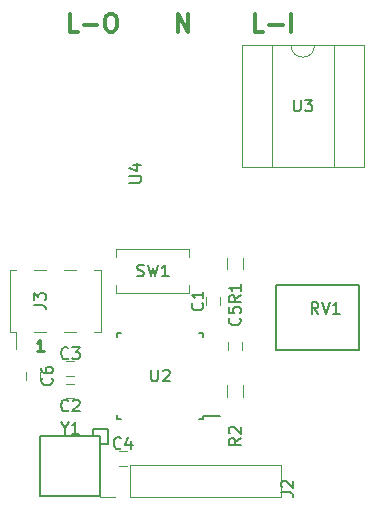
<source format=gbr>
G04 #@! TF.GenerationSoftware,KiCad,Pcbnew,(5.0.1)-4*
G04 #@! TF.CreationDate,2019-02-11T11:38:27+01:00*
G04 #@! TF.ProjectId,MyWallSwitch,4D7957616C6C5377697463682E6B6963,1*
G04 #@! TF.SameCoordinates,Original*
G04 #@! TF.FileFunction,Legend,Top*
G04 #@! TF.FilePolarity,Positive*
%FSLAX46Y46*%
G04 Gerber Fmt 4.6, Leading zero omitted, Abs format (unit mm)*
G04 Created by KiCad (PCBNEW (5.0.1)-4) date 11.02.2019 11:38:27*
%MOMM*%
%LPD*%
G01*
G04 APERTURE LIST*
%ADD10C,0.250000*%
%ADD11C,0.300000*%
%ADD12C,0.120000*%
%ADD13C,0.150000*%
G04 APERTURE END LIST*
D10*
X127285714Y-107132380D02*
X126714285Y-107132380D01*
X127000000Y-107132380D02*
X127000000Y-106132380D01*
X126904761Y-106275238D01*
X126809523Y-106370476D01*
X126714285Y-106418095D01*
D11*
X145863571Y-80053571D02*
X145149285Y-80053571D01*
X145149285Y-78553571D01*
X146363571Y-79482142D02*
X147506428Y-79482142D01*
X148220714Y-80053571D02*
X148220714Y-78553571D01*
X138636428Y-80053571D02*
X138636428Y-78553571D01*
X139493571Y-80053571D01*
X139493571Y-78553571D01*
X130195000Y-80053571D02*
X129480714Y-80053571D01*
X129480714Y-78553571D01*
X130695000Y-79482142D02*
X131837857Y-79482142D01*
X132837857Y-78553571D02*
X133123571Y-78553571D01*
X133266428Y-78625000D01*
X133409285Y-78767857D01*
X133480714Y-79053571D01*
X133480714Y-79553571D01*
X133409285Y-79839285D01*
X133266428Y-79982142D01*
X133123571Y-80053571D01*
X132837857Y-80053571D01*
X132695000Y-79982142D01*
X132552142Y-79839285D01*
X132480714Y-79553571D01*
X132480714Y-79053571D01*
X132552142Y-78767857D01*
X132695000Y-78625000D01*
X132837857Y-78553571D01*
D12*
G04 #@! TO.C,U3*
X154365000Y-81160000D02*
X144085000Y-81160000D01*
X154365000Y-91560000D02*
X154365000Y-81160000D01*
X144085000Y-91560000D02*
X154365000Y-91560000D01*
X144085000Y-81160000D02*
X144085000Y-91560000D01*
X151875000Y-81220000D02*
X150225000Y-81220000D01*
X151875000Y-91500000D02*
X151875000Y-81220000D01*
X146575000Y-91500000D02*
X151875000Y-91500000D01*
X146575000Y-81220000D02*
X146575000Y-91500000D01*
X148225000Y-81220000D02*
X146575000Y-81220000D01*
X150225000Y-81220000D02*
G75*
G02X148225000Y-81220000I-1000000J0D01*
G01*
D13*
G04 #@! TO.C,U2*
X140785000Y-112620000D02*
X142210000Y-112620000D01*
X133535000Y-112845000D02*
X133860000Y-112845000D01*
X133535000Y-105595000D02*
X133860000Y-105595000D01*
X140785000Y-105595000D02*
X140460000Y-105595000D01*
X140785000Y-112845000D02*
X140460000Y-112845000D01*
X140785000Y-105595000D02*
X140785000Y-105920000D01*
X133535000Y-105595000D02*
X133535000Y-105920000D01*
X133535000Y-112845000D02*
X133535000Y-112520000D01*
X140785000Y-112845000D02*
X140785000Y-112620000D01*
G04 #@! TO.C,Y1*
X132080000Y-119380000D02*
X127000000Y-119380000D01*
X127000000Y-119380000D02*
X127000000Y-114300000D01*
X127000000Y-114300000D02*
X132080000Y-114300000D01*
X132080000Y-114300000D02*
X132080000Y-119380000D01*
X132080000Y-114935000D02*
X132715000Y-114935000D01*
X132715000Y-114935000D02*
X132715000Y-113665000D01*
X132715000Y-113665000D02*
X131445000Y-113665000D01*
X131445000Y-113665000D02*
X131445000Y-114300000D01*
D12*
G04 #@! TO.C,J2*
X132020000Y-119440000D02*
X132020000Y-118110000D01*
X133350000Y-119440000D02*
X132020000Y-119440000D01*
X134620000Y-119440000D02*
X134620000Y-116780000D01*
X134620000Y-116780000D02*
X147380000Y-116780000D01*
X134620000Y-119440000D02*
X147380000Y-119440000D01*
X147380000Y-119440000D02*
X147380000Y-116780000D01*
G04 #@! TO.C,R1*
X142830000Y-100195000D02*
X142830000Y-99195000D01*
X144190000Y-99195000D02*
X144190000Y-100195000D01*
G04 #@! TO.C,R2*
X142830000Y-110990000D02*
X142830000Y-109990000D01*
X144190000Y-109990000D02*
X144190000Y-110990000D01*
D13*
G04 #@! TO.C,RV1*
X146955000Y-101520000D02*
X146955000Y-107020000D01*
X153955000Y-101520000D02*
X153955000Y-107020000D01*
X146955000Y-101520000D02*
X153955000Y-101520000D01*
X146955000Y-107020000D02*
X153955000Y-107020000D01*
D12*
G04 #@! TO.C,J3*
X124400000Y-105470000D02*
X124400000Y-100270000D01*
X132140000Y-105470000D02*
X132140000Y-100270000D01*
X124970000Y-106910000D02*
X124970000Y-105470000D01*
X124400000Y-105470000D02*
X124970000Y-105470000D01*
X124400000Y-100270000D02*
X124970000Y-100270000D01*
X131570000Y-105470000D02*
X132140000Y-105470000D01*
X131570000Y-100270000D02*
X132140000Y-100270000D01*
X126490000Y-105470000D02*
X127510000Y-105470000D01*
X126490000Y-100270000D02*
X127510000Y-100270000D01*
X129030000Y-105470000D02*
X130050000Y-105470000D01*
X129030000Y-100270000D02*
X130050000Y-100270000D01*
G04 #@! TO.C,C1*
X141005000Y-103220000D02*
X141005000Y-102520000D01*
X142205000Y-102520000D02*
X142205000Y-103220000D01*
G04 #@! TO.C,C3*
X129890000Y-109185000D02*
X129190000Y-109185000D01*
X129190000Y-107985000D02*
X129890000Y-107985000D01*
G04 #@! TO.C,C6*
X125765000Y-109570000D02*
X125765000Y-108870000D01*
X126965000Y-108870000D02*
X126965000Y-109570000D01*
G04 #@! TO.C,C4*
X133635000Y-115605000D02*
X134335000Y-115605000D01*
X134335000Y-116805000D02*
X133635000Y-116805000D01*
G04 #@! TO.C,C2*
X129890000Y-111090000D02*
X129190000Y-111090000D01*
X129190000Y-109890000D02*
X129890000Y-109890000D01*
G04 #@! TO.C,C5*
X144110000Y-106330000D02*
X144110000Y-107030000D01*
X142910000Y-107030000D02*
X142910000Y-106330000D01*
G04 #@! TO.C,SW1*
X139625000Y-98480000D02*
X139625000Y-99130000D01*
X139625000Y-102180000D02*
X139625000Y-101530000D01*
X133425000Y-101530000D02*
X133425000Y-102180000D01*
X133425000Y-98480000D02*
X133425000Y-99130000D01*
X139625000Y-98480000D02*
X133425000Y-98480000D01*
X133425000Y-102180000D02*
X139625000Y-102180000D01*
G04 #@! TO.C,U3*
D13*
X148463095Y-85812380D02*
X148463095Y-86621904D01*
X148510714Y-86717142D01*
X148558333Y-86764761D01*
X148653571Y-86812380D01*
X148844047Y-86812380D01*
X148939285Y-86764761D01*
X148986904Y-86717142D01*
X149034523Y-86621904D01*
X149034523Y-85812380D01*
X149415476Y-85812380D02*
X150034523Y-85812380D01*
X149701190Y-86193333D01*
X149844047Y-86193333D01*
X149939285Y-86240952D01*
X149986904Y-86288571D01*
X150034523Y-86383809D01*
X150034523Y-86621904D01*
X149986904Y-86717142D01*
X149939285Y-86764761D01*
X149844047Y-86812380D01*
X149558333Y-86812380D01*
X149463095Y-86764761D01*
X149415476Y-86717142D01*
G04 #@! TO.C,U4*
X134537380Y-92836904D02*
X135346904Y-92836904D01*
X135442142Y-92789285D01*
X135489761Y-92741666D01*
X135537380Y-92646428D01*
X135537380Y-92455952D01*
X135489761Y-92360714D01*
X135442142Y-92313095D01*
X135346904Y-92265476D01*
X134537380Y-92265476D01*
X134870714Y-91360714D02*
X135537380Y-91360714D01*
X134489761Y-91598809D02*
X135204047Y-91836904D01*
X135204047Y-91217857D01*
G04 #@! TO.C,U2*
X136398095Y-108672380D02*
X136398095Y-109481904D01*
X136445714Y-109577142D01*
X136493333Y-109624761D01*
X136588571Y-109672380D01*
X136779047Y-109672380D01*
X136874285Y-109624761D01*
X136921904Y-109577142D01*
X136969523Y-109481904D01*
X136969523Y-108672380D01*
X137398095Y-108767619D02*
X137445714Y-108720000D01*
X137540952Y-108672380D01*
X137779047Y-108672380D01*
X137874285Y-108720000D01*
X137921904Y-108767619D01*
X137969523Y-108862857D01*
X137969523Y-108958095D01*
X137921904Y-109100952D01*
X137350476Y-109672380D01*
X137969523Y-109672380D01*
G04 #@! TO.C,Y1*
X129063809Y-113641190D02*
X129063809Y-114117380D01*
X128730476Y-113117380D02*
X129063809Y-113641190D01*
X129397142Y-113117380D01*
X130254285Y-114117380D02*
X129682857Y-114117380D01*
X129968571Y-114117380D02*
X129968571Y-113117380D01*
X129873333Y-113260238D01*
X129778095Y-113355476D01*
X129682857Y-113403095D01*
G04 #@! TO.C,J2*
X147407380Y-119078333D02*
X148121666Y-119078333D01*
X148264523Y-119125952D01*
X148359761Y-119221190D01*
X148407380Y-119364047D01*
X148407380Y-119459285D01*
X147502619Y-118649761D02*
X147455000Y-118602142D01*
X147407380Y-118506904D01*
X147407380Y-118268809D01*
X147455000Y-118173571D01*
X147502619Y-118125952D01*
X147597857Y-118078333D01*
X147693095Y-118078333D01*
X147835952Y-118125952D01*
X148407380Y-118697380D01*
X148407380Y-118078333D01*
G04 #@! TO.C,R1*
X143962380Y-102401666D02*
X143486190Y-102735000D01*
X143962380Y-102973095D02*
X142962380Y-102973095D01*
X142962380Y-102592142D01*
X143010000Y-102496904D01*
X143057619Y-102449285D01*
X143152857Y-102401666D01*
X143295714Y-102401666D01*
X143390952Y-102449285D01*
X143438571Y-102496904D01*
X143486190Y-102592142D01*
X143486190Y-102973095D01*
X143962380Y-101449285D02*
X143962380Y-102020714D01*
X143962380Y-101735000D02*
X142962380Y-101735000D01*
X143105238Y-101830238D01*
X143200476Y-101925476D01*
X143248095Y-102020714D01*
G04 #@! TO.C,R2*
X143962380Y-114466666D02*
X143486190Y-114800000D01*
X143962380Y-115038095D02*
X142962380Y-115038095D01*
X142962380Y-114657142D01*
X143010000Y-114561904D01*
X143057619Y-114514285D01*
X143152857Y-114466666D01*
X143295714Y-114466666D01*
X143390952Y-114514285D01*
X143438571Y-114561904D01*
X143486190Y-114657142D01*
X143486190Y-115038095D01*
X143057619Y-114085714D02*
X143010000Y-114038095D01*
X142962380Y-113942857D01*
X142962380Y-113704761D01*
X143010000Y-113609523D01*
X143057619Y-113561904D01*
X143152857Y-113514285D01*
X143248095Y-113514285D01*
X143390952Y-113561904D01*
X143962380Y-114133333D01*
X143962380Y-113514285D01*
G04 #@! TO.C,RV1*
X150534761Y-103957380D02*
X150201428Y-103481190D01*
X149963333Y-103957380D02*
X149963333Y-102957380D01*
X150344285Y-102957380D01*
X150439523Y-103005000D01*
X150487142Y-103052619D01*
X150534761Y-103147857D01*
X150534761Y-103290714D01*
X150487142Y-103385952D01*
X150439523Y-103433571D01*
X150344285Y-103481190D01*
X149963333Y-103481190D01*
X150820476Y-102957380D02*
X151153809Y-103957380D01*
X151487142Y-102957380D01*
X152344285Y-103957380D02*
X151772857Y-103957380D01*
X152058571Y-103957380D02*
X152058571Y-102957380D01*
X151963333Y-103100238D01*
X151868095Y-103195476D01*
X151772857Y-103243095D01*
G04 #@! TO.C,J3*
X126452380Y-103203333D02*
X127166666Y-103203333D01*
X127309523Y-103250952D01*
X127404761Y-103346190D01*
X127452380Y-103489047D01*
X127452380Y-103584285D01*
X126452380Y-102822380D02*
X126452380Y-102203333D01*
X126833333Y-102536666D01*
X126833333Y-102393809D01*
X126880952Y-102298571D01*
X126928571Y-102250952D01*
X127023809Y-102203333D01*
X127261904Y-102203333D01*
X127357142Y-102250952D01*
X127404761Y-102298571D01*
X127452380Y-102393809D01*
X127452380Y-102679523D01*
X127404761Y-102774761D01*
X127357142Y-102822380D01*
G04 #@! TO.C,C1*
X140712142Y-103036666D02*
X140759761Y-103084285D01*
X140807380Y-103227142D01*
X140807380Y-103322380D01*
X140759761Y-103465238D01*
X140664523Y-103560476D01*
X140569285Y-103608095D01*
X140378809Y-103655714D01*
X140235952Y-103655714D01*
X140045476Y-103608095D01*
X139950238Y-103560476D01*
X139855000Y-103465238D01*
X139807380Y-103322380D01*
X139807380Y-103227142D01*
X139855000Y-103084285D01*
X139902619Y-103036666D01*
X140807380Y-102084285D02*
X140807380Y-102655714D01*
X140807380Y-102370000D02*
X139807380Y-102370000D01*
X139950238Y-102465238D01*
X140045476Y-102560476D01*
X140093095Y-102655714D01*
G04 #@! TO.C,C3*
X129373333Y-107692142D02*
X129325714Y-107739761D01*
X129182857Y-107787380D01*
X129087619Y-107787380D01*
X128944761Y-107739761D01*
X128849523Y-107644523D01*
X128801904Y-107549285D01*
X128754285Y-107358809D01*
X128754285Y-107215952D01*
X128801904Y-107025476D01*
X128849523Y-106930238D01*
X128944761Y-106835000D01*
X129087619Y-106787380D01*
X129182857Y-106787380D01*
X129325714Y-106835000D01*
X129373333Y-106882619D01*
X129706666Y-106787380D02*
X130325714Y-106787380D01*
X129992380Y-107168333D01*
X130135238Y-107168333D01*
X130230476Y-107215952D01*
X130278095Y-107263571D01*
X130325714Y-107358809D01*
X130325714Y-107596904D01*
X130278095Y-107692142D01*
X130230476Y-107739761D01*
X130135238Y-107787380D01*
X129849523Y-107787380D01*
X129754285Y-107739761D01*
X129706666Y-107692142D01*
G04 #@! TO.C,C6*
X127972142Y-109386666D02*
X128019761Y-109434285D01*
X128067380Y-109577142D01*
X128067380Y-109672380D01*
X128019761Y-109815238D01*
X127924523Y-109910476D01*
X127829285Y-109958095D01*
X127638809Y-110005714D01*
X127495952Y-110005714D01*
X127305476Y-109958095D01*
X127210238Y-109910476D01*
X127115000Y-109815238D01*
X127067380Y-109672380D01*
X127067380Y-109577142D01*
X127115000Y-109434285D01*
X127162619Y-109386666D01*
X127067380Y-108529523D02*
X127067380Y-108720000D01*
X127115000Y-108815238D01*
X127162619Y-108862857D01*
X127305476Y-108958095D01*
X127495952Y-109005714D01*
X127876904Y-109005714D01*
X127972142Y-108958095D01*
X128019761Y-108910476D01*
X128067380Y-108815238D01*
X128067380Y-108624761D01*
X128019761Y-108529523D01*
X127972142Y-108481904D01*
X127876904Y-108434285D01*
X127638809Y-108434285D01*
X127543571Y-108481904D01*
X127495952Y-108529523D01*
X127448333Y-108624761D01*
X127448333Y-108815238D01*
X127495952Y-108910476D01*
X127543571Y-108958095D01*
X127638809Y-109005714D01*
G04 #@! TO.C,C4*
X133818333Y-115312142D02*
X133770714Y-115359761D01*
X133627857Y-115407380D01*
X133532619Y-115407380D01*
X133389761Y-115359761D01*
X133294523Y-115264523D01*
X133246904Y-115169285D01*
X133199285Y-114978809D01*
X133199285Y-114835952D01*
X133246904Y-114645476D01*
X133294523Y-114550238D01*
X133389761Y-114455000D01*
X133532619Y-114407380D01*
X133627857Y-114407380D01*
X133770714Y-114455000D01*
X133818333Y-114502619D01*
X134675476Y-114740714D02*
X134675476Y-115407380D01*
X134437380Y-114359761D02*
X134199285Y-115074047D01*
X134818333Y-115074047D01*
G04 #@! TO.C,C2*
X129373333Y-112117142D02*
X129325714Y-112164761D01*
X129182857Y-112212380D01*
X129087619Y-112212380D01*
X128944761Y-112164761D01*
X128849523Y-112069523D01*
X128801904Y-111974285D01*
X128754285Y-111783809D01*
X128754285Y-111640952D01*
X128801904Y-111450476D01*
X128849523Y-111355238D01*
X128944761Y-111260000D01*
X129087619Y-111212380D01*
X129182857Y-111212380D01*
X129325714Y-111260000D01*
X129373333Y-111307619D01*
X129754285Y-111307619D02*
X129801904Y-111260000D01*
X129897142Y-111212380D01*
X130135238Y-111212380D01*
X130230476Y-111260000D01*
X130278095Y-111307619D01*
X130325714Y-111402857D01*
X130325714Y-111498095D01*
X130278095Y-111640952D01*
X129706666Y-112212380D01*
X130325714Y-112212380D01*
G04 #@! TO.C,C5*
X143867142Y-104306666D02*
X143914761Y-104354285D01*
X143962380Y-104497142D01*
X143962380Y-104592380D01*
X143914761Y-104735238D01*
X143819523Y-104830476D01*
X143724285Y-104878095D01*
X143533809Y-104925714D01*
X143390952Y-104925714D01*
X143200476Y-104878095D01*
X143105238Y-104830476D01*
X143010000Y-104735238D01*
X142962380Y-104592380D01*
X142962380Y-104497142D01*
X143010000Y-104354285D01*
X143057619Y-104306666D01*
X142962380Y-103401904D02*
X142962380Y-103878095D01*
X143438571Y-103925714D01*
X143390952Y-103878095D01*
X143343333Y-103782857D01*
X143343333Y-103544761D01*
X143390952Y-103449523D01*
X143438571Y-103401904D01*
X143533809Y-103354285D01*
X143771904Y-103354285D01*
X143867142Y-103401904D01*
X143914761Y-103449523D01*
X143962380Y-103544761D01*
X143962380Y-103782857D01*
X143914761Y-103878095D01*
X143867142Y-103925714D01*
G04 #@! TO.C,SW1*
X135191666Y-100734761D02*
X135334523Y-100782380D01*
X135572619Y-100782380D01*
X135667857Y-100734761D01*
X135715476Y-100687142D01*
X135763095Y-100591904D01*
X135763095Y-100496666D01*
X135715476Y-100401428D01*
X135667857Y-100353809D01*
X135572619Y-100306190D01*
X135382142Y-100258571D01*
X135286904Y-100210952D01*
X135239285Y-100163333D01*
X135191666Y-100068095D01*
X135191666Y-99972857D01*
X135239285Y-99877619D01*
X135286904Y-99830000D01*
X135382142Y-99782380D01*
X135620238Y-99782380D01*
X135763095Y-99830000D01*
X136096428Y-99782380D02*
X136334523Y-100782380D01*
X136525000Y-100068095D01*
X136715476Y-100782380D01*
X136953571Y-99782380D01*
X137858333Y-100782380D02*
X137286904Y-100782380D01*
X137572619Y-100782380D02*
X137572619Y-99782380D01*
X137477380Y-99925238D01*
X137382142Y-100020476D01*
X137286904Y-100068095D01*
G04 #@! TD*
M02*

</source>
